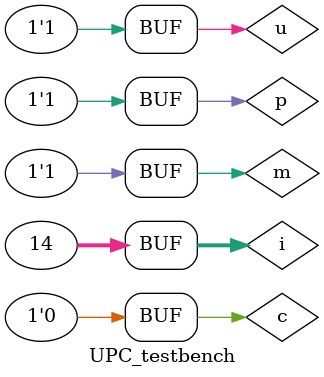
<source format=sv>
module UPC(discounted, stolen, u, p, c, m);
	output logic discounted, stolen;
	input logic u, p, c, m;
	
	assign discounted = (u&p)|(p&c)|(u&c);
	assign stolen = (~p&~c&~m)|(u&~p&~m);
endmodule
	
module UPC_testbench();
	logic u, p, c, m;
	logic discounted, stolen;
	
	UPC dut(.discounted, .stolen, .u, .p, .c, .m);
	
	integer i;
	initial begin
		for (i = 0; i < 14; i++) begin
			{u, p, c, m} = i; #10;
		end
	end
endmodule
</source>
